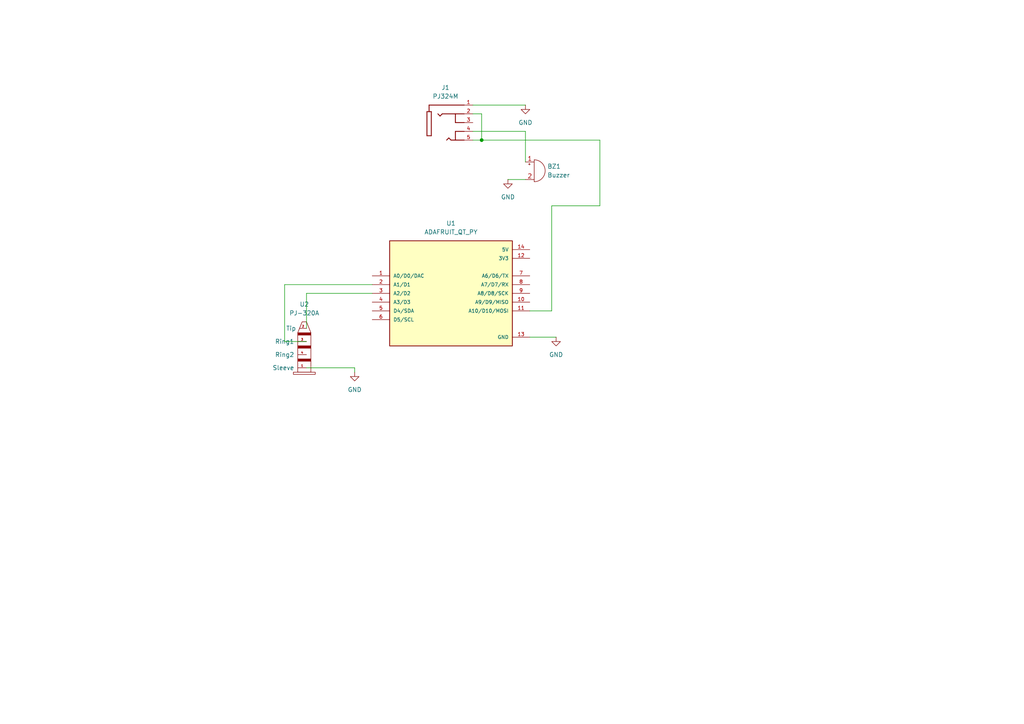
<source format=kicad_sch>
(kicad_sch
	(version 20250114)
	(generator "eeschema")
	(generator_version "9.0")
	(uuid "8e871809-3342-4d0c-b7eb-a6ba4ad48364")
	(paper "A4")
	(lib_symbols
		(symbol "ADAFRUIT_QT_PY:ADAFRUIT_QT_PY"
			(pin_names
				(offset 1.016)
			)
			(exclude_from_sim no)
			(in_bom yes)
			(on_board yes)
			(property "Reference" "U1"
				(at 0 20.32 0)
				(effects
					(font
						(size 1.27 1.27)
					)
				)
			)
			(property "Value" "ADAFRUIT_QT_PY"
				(at 0 17.78 0)
				(effects
					(font
						(size 1.27 1.27)
					)
				)
			)
			(property "Footprint" "Module:MODULE_ADAFRUIT_QT_PY"
				(at 0 0 0)
				(effects
					(font
						(size 1.27 1.27)
					)
					(justify bottom)
					(hide yes)
				)
			)
			(property "Datasheet" ""
				(at 0 0 0)
				(effects
					(font
						(size 1.27 1.27)
					)
					(hide yes)
				)
			)
			(property "Description" ""
				(at 0 0 0)
				(effects
					(font
						(size 1.27 1.27)
					)
					(hide yes)
				)
			)
			(property "MF" "Adafruit Industries"
				(at 0 0 0)
				(effects
					(font
						(size 1.27 1.27)
					)
					(justify bottom)
					(hide yes)
				)
			)
			(property "MAXIMUM_PACKAGE_HEIGHT" "6.28 mm"
				(at 0 0 0)
				(effects
					(font
						(size 1.27 1.27)
					)
					(justify bottom)
					(hide yes)
				)
			)
			(property "Package" "None"
				(at 0 0 0)
				(effects
					(font
						(size 1.27 1.27)
					)
					(justify bottom)
					(hide yes)
				)
			)
			(property "Price" "None"
				(at 0 0 0)
				(effects
					(font
						(size 1.27 1.27)
					)
					(justify bottom)
					(hide yes)
				)
			)
			(property "Check_prices" "https://www.snapeda.com/parts/Adafruit%20QT%20Py/Adafruit+Industries/view-part/?ref=eda"
				(at 0 0 0)
				(effects
					(font
						(size 1.27 1.27)
					)
					(justify bottom)
					(hide yes)
				)
			)
			(property "STANDARD" "IPC-7351B"
				(at 0 0 0)
				(effects
					(font
						(size 1.27 1.27)
					)
					(justify bottom)
					(hide yes)
				)
			)
			(property "PARTREV" "2022-12-12"
				(at 0 0 0)
				(effects
					(font
						(size 1.27 1.27)
					)
					(justify bottom)
					(hide yes)
				)
			)
			(property "SnapEDA_Link" "https://www.snapeda.com/parts/Adafruit%20QT%20Py/Adafruit+Industries/view-part/?ref=snap"
				(at 0 0 0)
				(effects
					(font
						(size 1.27 1.27)
					)
					(justify bottom)
					(hide yes)
				)
			)
			(property "MP" "Adafruit QT Py"
				(at 0 0 0)
				(effects
					(font
						(size 1.27 1.27)
					)
					(justify bottom)
					(hide yes)
				)
			)
			(property "Description_1" "Castellated Pads - SAMD21 Dev Board with STEMMA QT"
				(at 0 0 0)
				(effects
					(font
						(size 1.27 1.27)
					)
					(justify bottom)
					(hide yes)
				)
			)
			(property "MANUFACTURER" "Adafruit Industries"
				(at 0 0 0)
				(effects
					(font
						(size 1.27 1.27)
					)
					(justify bottom)
					(hide yes)
				)
			)
			(property "Availability" "Not in stock"
				(at 0 0 0)
				(effects
					(font
						(size 1.27 1.27)
					)
					(justify bottom)
					(hide yes)
				)
			)
			(property "SNAPEDA_PN" "Adafruit QT Py"
				(at 0 0 0)
				(effects
					(font
						(size 1.27 1.27)
					)
					(justify bottom)
					(hide yes)
				)
			)
			(symbol "ADAFRUIT_QT_PY_0_0"
				(rectangle
					(start -17.78 -15.24)
					(end 17.78 15.24)
					(stroke
						(width 0.254)
						(type default)
					)
					(fill
						(type background)
					)
				)
				(pin bidirectional line
					(at -22.86 5.08 0)
					(length 5.08)
					(name "A0/D0/DAC"
						(effects
							(font
								(size 1.016 1.016)
							)
						)
					)
					(number "1"
						(effects
							(font
								(size 1.016 1.016)
							)
						)
					)
				)
				(pin bidirectional line
					(at -22.86 2.54 0)
					(length 5.08)
					(name "A1/D1"
						(effects
							(font
								(size 1.016 1.016)
							)
						)
					)
					(number "2"
						(effects
							(font
								(size 1.016 1.016)
							)
						)
					)
				)
				(pin bidirectional line
					(at -22.86 0 0)
					(length 5.08)
					(name "A2/D2"
						(effects
							(font
								(size 1.016 1.016)
							)
						)
					)
					(number "3"
						(effects
							(font
								(size 1.016 1.016)
							)
						)
					)
				)
				(pin bidirectional line
					(at -22.86 -2.54 0)
					(length 5.08)
					(name "A3/D3"
						(effects
							(font
								(size 1.016 1.016)
							)
						)
					)
					(number "4"
						(effects
							(font
								(size 1.016 1.016)
							)
						)
					)
				)
				(pin bidirectional line
					(at -22.86 -5.08 0)
					(length 5.08)
					(name "D4/SDA"
						(effects
							(font
								(size 1.016 1.016)
							)
						)
					)
					(number "5"
						(effects
							(font
								(size 1.016 1.016)
							)
						)
					)
				)
				(pin bidirectional line
					(at -22.86 -7.62 0)
					(length 5.08)
					(name "D5/SCL"
						(effects
							(font
								(size 1.016 1.016)
							)
						)
					)
					(number "6"
						(effects
							(font
								(size 1.016 1.016)
							)
						)
					)
				)
				(pin power_in line
					(at 22.86 12.7 180)
					(length 5.08)
					(name "5V"
						(effects
							(font
								(size 1.016 1.016)
							)
						)
					)
					(number "14"
						(effects
							(font
								(size 1.016 1.016)
							)
						)
					)
				)
				(pin power_in line
					(at 22.86 10.16 180)
					(length 5.08)
					(name "3V3"
						(effects
							(font
								(size 1.016 1.016)
							)
						)
					)
					(number "12"
						(effects
							(font
								(size 1.016 1.016)
							)
						)
					)
				)
				(pin bidirectional line
					(at 22.86 5.08 180)
					(length 5.08)
					(name "A6/D6/TX"
						(effects
							(font
								(size 1.016 1.016)
							)
						)
					)
					(number "7"
						(effects
							(font
								(size 1.016 1.016)
							)
						)
					)
				)
				(pin bidirectional line
					(at 22.86 2.54 180)
					(length 5.08)
					(name "A7/D7/RX"
						(effects
							(font
								(size 1.016 1.016)
							)
						)
					)
					(number "8"
						(effects
							(font
								(size 1.016 1.016)
							)
						)
					)
				)
				(pin bidirectional line
					(at 22.86 0 180)
					(length 5.08)
					(name "A8/D8/SCK"
						(effects
							(font
								(size 1.016 1.016)
							)
						)
					)
					(number "9"
						(effects
							(font
								(size 1.016 1.016)
							)
						)
					)
				)
				(pin bidirectional line
					(at 22.86 -2.54 180)
					(length 5.08)
					(name "A9/D9/MISO"
						(effects
							(font
								(size 1.016 1.016)
							)
						)
					)
					(number "10"
						(effects
							(font
								(size 1.016 1.016)
							)
						)
					)
				)
				(pin bidirectional line
					(at 22.86 -5.08 180)
					(length 5.08)
					(name "A10/D10/MOSI"
						(effects
							(font
								(size 1.016 1.016)
							)
						)
					)
					(number "11"
						(effects
							(font
								(size 1.016 1.016)
							)
						)
					)
				)
				(pin power_in line
					(at 22.86 -12.7 180)
					(length 5.08)
					(name "GND"
						(effects
							(font
								(size 1.016 1.016)
							)
						)
					)
					(number "13"
						(effects
							(font
								(size 1.016 1.016)
							)
						)
					)
				)
			)
			(embedded_fonts no)
		)
		(symbol "Device:Buzzer"
			(pin_names
				(offset 0.0254)
				(hide yes)
			)
			(exclude_from_sim no)
			(in_bom yes)
			(on_board yes)
			(property "Reference" "BZ"
				(at 3.81 1.27 0)
				(effects
					(font
						(size 1.27 1.27)
					)
					(justify left)
				)
			)
			(property "Value" "Buzzer"
				(at 3.81 -1.27 0)
				(effects
					(font
						(size 1.27 1.27)
					)
					(justify left)
				)
			)
			(property "Footprint" ""
				(at -0.635 2.54 90)
				(effects
					(font
						(size 1.27 1.27)
					)
					(hide yes)
				)
			)
			(property "Datasheet" "~"
				(at -0.635 2.54 90)
				(effects
					(font
						(size 1.27 1.27)
					)
					(hide yes)
				)
			)
			(property "Description" "Buzzer, polarized"
				(at 0 0 0)
				(effects
					(font
						(size 1.27 1.27)
					)
					(hide yes)
				)
			)
			(property "ki_keywords" "quartz resonator ceramic"
				(at 0 0 0)
				(effects
					(font
						(size 1.27 1.27)
					)
					(hide yes)
				)
			)
			(property "ki_fp_filters" "*Buzzer*"
				(at 0 0 0)
				(effects
					(font
						(size 1.27 1.27)
					)
					(hide yes)
				)
			)
			(symbol "Buzzer_0_1"
				(polyline
					(pts
						(xy -1.651 1.905) (xy -1.143 1.905)
					)
					(stroke
						(width 0)
						(type default)
					)
					(fill
						(type none)
					)
				)
				(polyline
					(pts
						(xy -1.397 2.159) (xy -1.397 1.651)
					)
					(stroke
						(width 0)
						(type default)
					)
					(fill
						(type none)
					)
				)
				(arc
					(start 0 3.175)
					(mid 3.1612 0)
					(end 0 -3.175)
					(stroke
						(width 0)
						(type default)
					)
					(fill
						(type none)
					)
				)
				(polyline
					(pts
						(xy 0 3.175) (xy 0 -3.175)
					)
					(stroke
						(width 0)
						(type default)
					)
					(fill
						(type none)
					)
				)
			)
			(symbol "Buzzer_1_1"
				(pin passive line
					(at -2.54 2.54 0)
					(length 2.54)
					(name "+"
						(effects
							(font
								(size 1.27 1.27)
							)
						)
					)
					(number "1"
						(effects
							(font
								(size 1.27 1.27)
							)
						)
					)
				)
				(pin passive line
					(at -2.54 -2.54 0)
					(length 2.54)
					(name "-"
						(effects
							(font
								(size 1.27 1.27)
							)
						)
					)
					(number "2"
						(effects
							(font
								(size 1.27 1.27)
							)
						)
					)
				)
			)
			(embedded_fonts no)
		)
		(symbol "PJ-320A_Library:PJ-320A"
			(pin_names
				(offset 1.016)
			)
			(exclude_from_sim no)
			(in_bom yes)
			(on_board yes)
			(property "Reference" "U"
				(at 0 -1.905 0)
				(effects
					(font
						(size 1.27 1.27)
					)
				)
			)
			(property "Value" "PJ-320A"
				(at 0 0 0)
				(effects
					(font
						(size 1.27 1.27)
					)
				)
			)
			(property "Footprint" ""
				(at 0 0 0)
				(effects
					(font
						(size 1.27 1.27)
					)
					(hide yes)
				)
			)
			(property "Datasheet" ""
				(at 0 0 0)
				(effects
					(font
						(size 1.27 1.27)
					)
					(hide yes)
				)
			)
			(property "Description" ""
				(at 0 0 0)
				(effects
					(font
						(size 1.27 1.27)
					)
					(hide yes)
				)
			)
			(symbol "PJ-320A_0_1"
				(rectangle
					(start -3.175 1.27)
					(end 3.175 1.905)
					(stroke
						(width 0)
						(type solid)
					)
					(fill
						(type none)
					)
				)
				(polyline
					(pts
						(xy -1.905 13.335) (xy -0.635 16.51) (xy 0.635 16.51) (xy 1.905 13.335) (xy -1.905 13.335)
					)
					(stroke
						(width 0)
						(type solid)
					)
					(fill
						(type none)
					)
				)
				(rectangle
					(start -1.905 12.7)
					(end 1.905 13.335)
					(stroke
						(width 0)
						(type solid)
					)
					(fill
						(type outline)
					)
				)
				(rectangle
					(start -1.905 9.525)
					(end 1.905 12.7)
					(stroke
						(width 0)
						(type solid)
					)
					(fill
						(type none)
					)
				)
				(rectangle
					(start -1.905 8.89)
					(end 1.905 9.525)
					(stroke
						(width 0)
						(type solid)
					)
					(fill
						(type outline)
					)
				)
				(rectangle
					(start -1.905 5.715)
					(end 1.905 8.89)
					(stroke
						(width 0)
						(type solid)
					)
					(fill
						(type none)
					)
				)
				(rectangle
					(start -1.905 5.08)
					(end 1.905 5.715)
					(stroke
						(width 0)
						(type solid)
					)
					(fill
						(type outline)
					)
				)
				(rectangle
					(start -1.905 1.905)
					(end 1.905 5.08)
					(stroke
						(width 0)
						(type solid)
					)
					(fill
						(type none)
					)
				)
			)
			(symbol "PJ-320A_1_1"
				(pin bidirectional line
					(at 0.635 14.605 180)
					(length 2.0066)
					(name "Tip"
						(effects
							(font
								(size 1.27 1.27)
							)
						)
					)
					(number "2"
						(effects
							(font
								(size 0.6096 0.6096)
							)
						)
					)
				)
				(pin bidirectional line
					(at 0.635 10.795 180)
					(length 2.54)
					(name "Ring1"
						(effects
							(font
								(size 1.27 1.27)
							)
						)
					)
					(number "3"
						(effects
							(font
								(size 0.6096 0.6096)
							)
						)
					)
				)
				(pin bidirectional line
					(at 0.635 6.985 180)
					(length 2.54)
					(name "Ring2"
						(effects
							(font
								(size 1.27 1.27)
							)
						)
					)
					(number "4"
						(effects
							(font
								(size 0.6096 0.6096)
							)
						)
					)
				)
				(pin bidirectional line
					(at 0.635 3.175 180)
					(length 2.54)
					(name "Sleeve"
						(effects
							(font
								(size 1.27 1.27)
							)
						)
					)
					(number "1"
						(effects
							(font
								(size 0.6096 0.6096)
							)
						)
					)
				)
			)
			(embedded_fonts no)
		)
		(symbol "PJ324M:PJ324M"
			(pin_names
				(offset 1.016)
			)
			(exclude_from_sim no)
			(in_bom yes)
			(on_board yes)
			(property "Reference" "J"
				(at -5.08 7.62 0)
				(effects
					(font
						(size 1.27 1.27)
					)
					(justify left bottom)
				)
			)
			(property "Value" "PJ324M"
				(at -5.08 -10.16 0)
				(effects
					(font
						(size 1.27 1.27)
					)
					(justify left bottom)
				)
			)
			(property "Footprint" "PJ324M:WENZHOU_PJ324M"
				(at 0 0 0)
				(effects
					(font
						(size 1.27 1.27)
					)
					(justify bottom)
					(hide yes)
				)
			)
			(property "Datasheet" ""
				(at 0 0 0)
				(effects
					(font
						(size 1.27 1.27)
					)
					(hide yes)
				)
			)
			(property "Description" ""
				(at 0 0 0)
				(effects
					(font
						(size 1.27 1.27)
					)
					(hide yes)
				)
			)
			(property "MF" "Wenzhou QingPu Electronics Co.Ltd"
				(at 0 0 0)
				(effects
					(font
						(size 1.27 1.27)
					)
					(justify bottom)
					(hide yes)
				)
			)
			(property "MAXIMUM_PACKAGE_HEIGHT" "6.3mm"
				(at 0 0 0)
				(effects
					(font
						(size 1.27 1.27)
					)
					(justify bottom)
					(hide yes)
				)
			)
			(property "Package" "Package"
				(at 0 0 0)
				(effects
					(font
						(size 1.27 1.27)
					)
					(justify bottom)
					(hide yes)
				)
			)
			(property "Price" "None"
				(at 0 0 0)
				(effects
					(font
						(size 1.27 1.27)
					)
					(justify bottom)
					(hide yes)
				)
			)
			(property "Check_prices" "https://www.snapeda.com/parts/PJ324M/Wenzhou+QingPu+Electronics+Co.Ltd/view-part/?ref=eda"
				(at 0 0 0)
				(effects
					(font
						(size 1.27 1.27)
					)
					(justify bottom)
					(hide yes)
				)
			)
			(property "STANDARD" "Manufacturer Recommendations"
				(at 0 0 0)
				(effects
					(font
						(size 1.27 1.27)
					)
					(justify bottom)
					(hide yes)
				)
			)
			(property "PARTREV" "N/A"
				(at 0 0 0)
				(effects
					(font
						(size 1.27 1.27)
					)
					(justify bottom)
					(hide yes)
				)
			)
			(property "SnapEDA_Link" "https://www.snapeda.com/parts/PJ324M/Wenzhou+QingPu+Electronics+Co.Ltd/view-part/?ref=snap"
				(at 0 0 0)
				(effects
					(font
						(size 1.27 1.27)
					)
					(justify bottom)
					(hide yes)
				)
			)
			(property "MP" "PJ324M"
				(at 0 0 0)
				(effects
					(font
						(size 1.27 1.27)
					)
					(justify bottom)
					(hide yes)
				)
			)
			(property "Description_1" "Headphone Stereo jack/Audio connector"
				(at 0 0 0)
				(effects
					(font
						(size 1.27 1.27)
					)
					(justify bottom)
					(hide yes)
				)
			)
			(property "Availability" "Not in stock"
				(at 0 0 0)
				(effects
					(font
						(size 1.27 1.27)
					)
					(justify bottom)
					(hide yes)
				)
			)
			(property "MANUFACTURER" "Wenzhou QingPu Electronics"
				(at 0 0 0)
				(effects
					(font
						(size 1.27 1.27)
					)
					(justify bottom)
					(hide yes)
				)
			)
			(symbol "PJ324M_0_0"
				(polyline
					(pts
						(xy -5.715 3.175) (xy -5.08 3.175)
					)
					(stroke
						(width 0.254)
						(type default)
					)
					(fill
						(type none)
					)
				)
				(polyline
					(pts
						(xy -5.715 -3.81) (xy -5.715 3.175)
					)
					(stroke
						(width 0.254)
						(type default)
					)
					(fill
						(type none)
					)
				)
				(polyline
					(pts
						(xy -5.08 5.08) (xy -5.08 3.175)
					)
					(stroke
						(width 0.254)
						(type default)
					)
					(fill
						(type none)
					)
				)
				(polyline
					(pts
						(xy -5.08 3.175) (xy -4.445 3.175)
					)
					(stroke
						(width 0.254)
						(type default)
					)
					(fill
						(type none)
					)
				)
				(polyline
					(pts
						(xy -4.445 3.175) (xy -4.445 -3.81)
					)
					(stroke
						(width 0.254)
						(type default)
					)
					(fill
						(type none)
					)
				)
				(polyline
					(pts
						(xy -4.445 -3.81) (xy -5.715 -3.81)
					)
					(stroke
						(width 0.254)
						(type default)
					)
					(fill
						(type none)
					)
				)
				(polyline
					(pts
						(xy -1.905 1.905) (xy -2.54 2.54)
					)
					(stroke
						(width 0.254)
						(type default)
					)
					(fill
						(type none)
					)
				)
				(polyline
					(pts
						(xy -1.27 2.54) (xy -1.905 1.905)
					)
					(stroke
						(width 0.254)
						(type default)
					)
					(fill
						(type none)
					)
				)
				(polyline
					(pts
						(xy 0.635 -4.445) (xy 0 -5.08)
					)
					(stroke
						(width 0.254)
						(type default)
					)
					(fill
						(type none)
					)
				)
				(polyline
					(pts
						(xy 1.27 -5.08) (xy 0.635 -4.445)
					)
					(stroke
						(width 0.254)
						(type default)
					)
					(fill
						(type none)
					)
				)
				(polyline
					(pts
						(xy 2.54 2.54) (xy -1.27 2.54)
					)
					(stroke
						(width 0.254)
						(type default)
					)
					(fill
						(type none)
					)
				)
				(polyline
					(pts
						(xy 2.54 0) (xy 2.54 2.54)
					)
					(stroke
						(width 0.254)
						(type default)
					)
					(fill
						(type none)
					)
				)
				(polyline
					(pts
						(xy 2.54 -2.54) (xy 2.54 -5.08)
					)
					(stroke
						(width 0.254)
						(type default)
					)
					(fill
						(type none)
					)
				)
				(polyline
					(pts
						(xy 2.54 -5.08) (xy 1.27 -5.08)
					)
					(stroke
						(width 0.254)
						(type default)
					)
					(fill
						(type none)
					)
				)
				(polyline
					(pts
						(xy 5.08 5.08) (xy -5.08 5.08)
					)
					(stroke
						(width 0.254)
						(type default)
					)
					(fill
						(type none)
					)
				)
				(polyline
					(pts
						(xy 5.08 2.54) (xy 2.54 2.54)
					)
					(stroke
						(width 0.254)
						(type default)
					)
					(fill
						(type none)
					)
				)
				(polyline
					(pts
						(xy 5.08 0) (xy 2.54 0)
					)
					(stroke
						(width 0.254)
						(type default)
					)
					(fill
						(type none)
					)
				)
				(polyline
					(pts
						(xy 5.08 -2.54) (xy 2.54 -2.54)
					)
					(stroke
						(width 0.254)
						(type default)
					)
					(fill
						(type none)
					)
				)
				(polyline
					(pts
						(xy 5.08 -5.08) (xy 2.54 -5.08)
					)
					(stroke
						(width 0.254)
						(type default)
					)
					(fill
						(type none)
					)
				)
				(pin passive line
					(at 7.62 5.08 180)
					(length 2.54)
					(name "~"
						(effects
							(font
								(size 1.016 1.016)
							)
						)
					)
					(number "1"
						(effects
							(font
								(size 1.016 1.016)
							)
						)
					)
				)
				(pin passive line
					(at 7.62 2.54 180)
					(length 2.54)
					(name "~"
						(effects
							(font
								(size 1.016 1.016)
							)
						)
					)
					(number "2"
						(effects
							(font
								(size 1.016 1.016)
							)
						)
					)
				)
				(pin passive line
					(at 7.62 0 180)
					(length 2.54)
					(name "~"
						(effects
							(font
								(size 1.016 1.016)
							)
						)
					)
					(number "3"
						(effects
							(font
								(size 1.016 1.016)
							)
						)
					)
				)
				(pin passive line
					(at 7.62 -2.54 180)
					(length 2.54)
					(name "~"
						(effects
							(font
								(size 1.016 1.016)
							)
						)
					)
					(number "4"
						(effects
							(font
								(size 1.016 1.016)
							)
						)
					)
				)
				(pin passive line
					(at 7.62 -5.08 180)
					(length 2.54)
					(name "~"
						(effects
							(font
								(size 1.016 1.016)
							)
						)
					)
					(number "5"
						(effects
							(font
								(size 1.016 1.016)
							)
						)
					)
				)
			)
			(embedded_fonts no)
		)
		(symbol "power:GND"
			(power)
			(pin_numbers
				(hide yes)
			)
			(pin_names
				(offset 0)
				(hide yes)
			)
			(exclude_from_sim no)
			(in_bom yes)
			(on_board yes)
			(property "Reference" "#PWR"
				(at 0 -6.35 0)
				(effects
					(font
						(size 1.27 1.27)
					)
					(hide yes)
				)
			)
			(property "Value" "GND"
				(at 0 -3.81 0)
				(effects
					(font
						(size 1.27 1.27)
					)
				)
			)
			(property "Footprint" ""
				(at 0 0 0)
				(effects
					(font
						(size 1.27 1.27)
					)
					(hide yes)
				)
			)
			(property "Datasheet" ""
				(at 0 0 0)
				(effects
					(font
						(size 1.27 1.27)
					)
					(hide yes)
				)
			)
			(property "Description" "Power symbol creates a global label with name \"GND\" , ground"
				(at 0 0 0)
				(effects
					(font
						(size 1.27 1.27)
					)
					(hide yes)
				)
			)
			(property "ki_keywords" "global power"
				(at 0 0 0)
				(effects
					(font
						(size 1.27 1.27)
					)
					(hide yes)
				)
			)
			(symbol "GND_0_1"
				(polyline
					(pts
						(xy 0 0) (xy 0 -1.27) (xy 1.27 -1.27) (xy 0 -2.54) (xy -1.27 -1.27) (xy 0 -1.27)
					)
					(stroke
						(width 0)
						(type default)
					)
					(fill
						(type none)
					)
				)
			)
			(symbol "GND_1_1"
				(pin power_in line
					(at 0 0 270)
					(length 0)
					(name "~"
						(effects
							(font
								(size 1.27 1.27)
							)
						)
					)
					(number "1"
						(effects
							(font
								(size 1.27 1.27)
							)
						)
					)
				)
			)
			(embedded_fonts no)
		)
	)
	(junction
		(at 139.7 40.64)
		(diameter 0)
		(color 0 0 0 0)
		(uuid "74afabad-5241-44ef-93d4-d158c136edfa")
	)
	(wire
		(pts
			(xy 173.99 59.69) (xy 160.02 59.69)
		)
		(stroke
			(width 0)
			(type default)
		)
		(uuid "08016d45-091c-40ae-b233-86334e761995")
	)
	(wire
		(pts
			(xy 153.67 97.79) (xy 161.29 97.79)
		)
		(stroke
			(width 0)
			(type default)
		)
		(uuid "0836d444-05c6-4ed1-b26e-7ff0454e53e0")
	)
	(wire
		(pts
			(xy 137.16 40.64) (xy 139.7 40.64)
		)
		(stroke
			(width 0)
			(type default)
		)
		(uuid "1400891a-bb6b-4ccb-959b-520d381cfb23")
	)
	(wire
		(pts
			(xy 137.16 33.02) (xy 139.7 33.02)
		)
		(stroke
			(width 0)
			(type default)
		)
		(uuid "4052f2fa-59de-4463-b749-a36c3d92536f")
	)
	(wire
		(pts
			(xy 88.9 106.68) (xy 102.87 106.68)
		)
		(stroke
			(width 0)
			(type default)
		)
		(uuid "41f3738e-5180-4e98-b1e6-d6cad1c65314")
	)
	(wire
		(pts
			(xy 160.02 59.69) (xy 160.02 90.17)
		)
		(stroke
			(width 0)
			(type default)
		)
		(uuid "5af82f37-5291-4e7e-b883-8cb475a031b3")
	)
	(wire
		(pts
			(xy 160.02 90.17) (xy 153.67 90.17)
		)
		(stroke
			(width 0)
			(type default)
		)
		(uuid "5bdd7b6e-27e5-4279-ab66-208d5af8cf33")
	)
	(wire
		(pts
			(xy 152.4 30.48) (xy 137.16 30.48)
		)
		(stroke
			(width 0)
			(type default)
		)
		(uuid "5beaf310-1e21-455c-ab92-1fbb2fdf7354")
	)
	(wire
		(pts
			(xy 139.7 33.02) (xy 139.7 40.64)
		)
		(stroke
			(width 0)
			(type default)
		)
		(uuid "72448734-1e06-488d-9f87-50d119f6e30c")
	)
	(wire
		(pts
			(xy 137.16 38.1) (xy 152.4 38.1)
		)
		(stroke
			(width 0)
			(type default)
		)
		(uuid "78dc4439-2390-40ec-8c10-05ac573b3e1f")
	)
	(wire
		(pts
			(xy 152.4 38.1) (xy 152.4 46.99)
		)
		(stroke
			(width 0)
			(type default)
		)
		(uuid "88ce58f6-fb42-4a40-af17-666ab0158420")
	)
	(wire
		(pts
			(xy 82.55 99.06) (xy 82.55 82.55)
		)
		(stroke
			(width 0)
			(type default)
		)
		(uuid "89cd0f41-7d28-469c-86da-bad69c5897a1")
	)
	(wire
		(pts
			(xy 147.32 52.07) (xy 152.4 52.07)
		)
		(stroke
			(width 0)
			(type default)
		)
		(uuid "a9d9f0c7-bf8b-4931-b35e-0fe5a8b246dc")
	)
	(wire
		(pts
			(xy 88.9 99.06) (xy 82.55 99.06)
		)
		(stroke
			(width 0)
			(type default)
		)
		(uuid "be8461b1-8525-4c1a-b939-360697223024")
	)
	(wire
		(pts
			(xy 88.9 95.25) (xy 88.9 85.09)
		)
		(stroke
			(width 0)
			(type default)
		)
		(uuid "bf7468da-b389-4de2-99c6-e59c37a5cacb")
	)
	(wire
		(pts
			(xy 82.55 82.55) (xy 107.95 82.55)
		)
		(stroke
			(width 0)
			(type default)
		)
		(uuid "c74ada01-9979-4f78-ac98-2bc25e339d74")
	)
	(wire
		(pts
			(xy 102.87 106.68) (xy 102.87 107.95)
		)
		(stroke
			(width 0)
			(type default)
		)
		(uuid "ca8f76a9-cc84-4c38-8778-1265e530b0c9")
	)
	(wire
		(pts
			(xy 173.99 40.64) (xy 173.99 59.69)
		)
		(stroke
			(width 0)
			(type default)
		)
		(uuid "eb9461bf-6020-43f3-8346-86ce62f8f92a")
	)
	(wire
		(pts
			(xy 139.7 40.64) (xy 173.99 40.64)
		)
		(stroke
			(width 0)
			(type default)
		)
		(uuid "ec533c62-63a8-4e66-b550-b76bba050b18")
	)
	(wire
		(pts
			(xy 88.9 85.09) (xy 107.95 85.09)
		)
		(stroke
			(width 0)
			(type default)
		)
		(uuid "f04175ee-4be1-4ba2-ba44-02511676a816")
	)
	(symbol
		(lib_id "power:GND")
		(at 152.4 30.48 0)
		(unit 1)
		(exclude_from_sim no)
		(in_bom yes)
		(on_board yes)
		(dnp no)
		(fields_autoplaced yes)
		(uuid "19211538-c1d5-4846-9c4a-d2eab4760235")
		(property "Reference" "#PWR02"
			(at 152.4 36.83 0)
			(effects
				(font
					(size 1.27 1.27)
				)
				(hide yes)
			)
		)
		(property "Value" "GND"
			(at 152.4 35.56 0)
			(effects
				(font
					(size 1.27 1.27)
				)
			)
		)
		(property "Footprint" ""
			(at 152.4 30.48 0)
			(effects
				(font
					(size 1.27 1.27)
				)
				(hide yes)
			)
		)
		(property "Datasheet" ""
			(at 152.4 30.48 0)
			(effects
				(font
					(size 1.27 1.27)
				)
				(hide yes)
			)
		)
		(property "Description" "Power symbol creates a global label with name \"GND\" , ground"
			(at 152.4 30.48 0)
			(effects
				(font
					(size 1.27 1.27)
				)
				(hide yes)
			)
		)
		(pin "1"
			(uuid "0a7794af-01eb-42c1-b6c2-774dc138f350")
		)
		(instances
			(project ""
				(path "/8e871809-3342-4d0c-b7eb-a6ba4ad48364"
					(reference "#PWR02")
					(unit 1)
				)
			)
		)
	)
	(symbol
		(lib_id "Device:Buzzer")
		(at 154.94 49.53 0)
		(unit 1)
		(exclude_from_sim no)
		(in_bom yes)
		(on_board yes)
		(dnp no)
		(fields_autoplaced yes)
		(uuid "60114d58-9103-4607-a6cb-b3f3da6b09e6")
		(property "Reference" "BZ1"
			(at 158.75 48.2599 0)
			(effects
				(font
					(size 1.27 1.27)
				)
				(justify left)
			)
		)
		(property "Value" "Buzzer"
			(at 158.75 50.7999 0)
			(effects
				(font
					(size 1.27 1.27)
				)
				(justify left)
			)
		)
		(property "Footprint" "Buzzer_Beeper:Buzzer_15x7.5RM7.6"
			(at 154.305 46.99 90)
			(effects
				(font
					(size 1.27 1.27)
				)
				(hide yes)
			)
		)
		(property "Datasheet" "~"
			(at 154.305 46.99 90)
			(effects
				(font
					(size 1.27 1.27)
				)
				(hide yes)
			)
		)
		(property "Description" "Buzzer, polarized"
			(at 154.94 49.53 0)
			(effects
				(font
					(size 1.27 1.27)
				)
				(hide yes)
			)
		)
		(pin "1"
			(uuid "1737ffce-c91d-426f-bff2-350a44fee7b0")
		)
		(pin "2"
			(uuid "634b9a6a-4c09-461c-83fc-e316ae68d61b")
		)
		(instances
			(project ""
				(path "/8e871809-3342-4d0c-b7eb-a6ba4ad48364"
					(reference "BZ1")
					(unit 1)
				)
			)
		)
	)
	(symbol
		(lib_id "power:GND")
		(at 161.29 97.79 0)
		(unit 1)
		(exclude_from_sim no)
		(in_bom yes)
		(on_board yes)
		(dnp no)
		(fields_autoplaced yes)
		(uuid "6102bc05-f028-408e-97bb-ac02404067ee")
		(property "Reference" "#PWR04"
			(at 161.29 104.14 0)
			(effects
				(font
					(size 1.27 1.27)
				)
				(hide yes)
			)
		)
		(property "Value" "GND"
			(at 161.29 102.87 0)
			(effects
				(font
					(size 1.27 1.27)
				)
			)
		)
		(property "Footprint" ""
			(at 161.29 97.79 0)
			(effects
				(font
					(size 1.27 1.27)
				)
				(hide yes)
			)
		)
		(property "Datasheet" ""
			(at 161.29 97.79 0)
			(effects
				(font
					(size 1.27 1.27)
				)
				(hide yes)
			)
		)
		(property "Description" "Power symbol creates a global label with name \"GND\" , ground"
			(at 161.29 97.79 0)
			(effects
				(font
					(size 1.27 1.27)
				)
				(hide yes)
			)
		)
		(pin "1"
			(uuid "eb316d47-8b4f-4fa3-9acd-0f573164aaea")
		)
		(instances
			(project ""
				(path "/8e871809-3342-4d0c-b7eb-a6ba4ad48364"
					(reference "#PWR04")
					(unit 1)
				)
			)
		)
	)
	(symbol
		(lib_id "PJ-320A_Library:PJ-320A")
		(at 88.265 109.855 0)
		(unit 1)
		(exclude_from_sim no)
		(in_bom yes)
		(on_board yes)
		(dnp no)
		(fields_autoplaced yes)
		(uuid "69209d83-2f75-4cfb-be04-b1a87bb6172f")
		(property "Reference" "U2"
			(at 88.265 88.265 0)
			(effects
				(font
					(size 1.27 1.27)
				)
			)
		)
		(property "Value" "PJ-320A"
			(at 88.265 90.805 0)
			(effects
				(font
					(size 1.27 1.27)
				)
			)
		)
		(property "Footprint" "Audio_Module:TRRS-PJ-320A"
			(at 88.265 109.855 0)
			(effects
				(font
					(size 1.27 1.27)
				)
				(hide yes)
			)
		)
		(property "Datasheet" ""
			(at 88.265 109.855 0)
			(effects
				(font
					(size 1.27 1.27)
				)
				(hide yes)
			)
		)
		(property "Description" ""
			(at 88.265 109.855 0)
			(effects
				(font
					(size 1.27 1.27)
				)
				(hide yes)
			)
		)
		(pin "4"
			(uuid "da1ea322-3dba-4d9e-a91c-a2a1a0fe6445")
		)
		(pin "2"
			(uuid "99cdf579-ec3b-4165-bca7-6b31c6c46deb")
		)
		(pin "3"
			(uuid "56a457c4-eb1e-4ba3-889c-48273996f8d6")
		)
		(pin "1"
			(uuid "cc3d1ac6-9855-4543-a2e5-5c9709703a69")
		)
		(instances
			(project ""
				(path "/8e871809-3342-4d0c-b7eb-a6ba4ad48364"
					(reference "U2")
					(unit 1)
				)
			)
		)
	)
	(symbol
		(lib_id "ADAFRUIT_QT_PY:ADAFRUIT_QT_PY")
		(at 130.81 85.09 0)
		(unit 1)
		(exclude_from_sim no)
		(in_bom yes)
		(on_board yes)
		(dnp no)
		(fields_autoplaced yes)
		(uuid "7422ddf5-0628-45b3-8a06-b900532a6b9e")
		(property "Reference" "U1"
			(at 130.81 64.77 0)
			(effects
				(font
					(size 1.27 1.27)
				)
			)
		)
		(property "Value" "ADAFRUIT_QT_PY"
			(at 130.81 67.31 0)
			(effects
				(font
					(size 1.27 1.27)
				)
			)
		)
		(property "Footprint" "Module:MODULE_ADAFRUIT_QT_PY"
			(at 130.81 85.09 0)
			(effects
				(font
					(size 1.27 1.27)
				)
				(justify bottom)
				(hide yes)
			)
		)
		(property "Datasheet" ""
			(at 130.81 85.09 0)
			(effects
				(font
					(size 1.27 1.27)
				)
				(hide yes)
			)
		)
		(property "Description" ""
			(at 130.81 85.09 0)
			(effects
				(font
					(size 1.27 1.27)
				)
				(hide yes)
			)
		)
		(property "MF" "Adafruit Industries"
			(at 130.81 85.09 0)
			(effects
				(font
					(size 1.27 1.27)
				)
				(justify bottom)
				(hide yes)
			)
		)
		(property "MAXIMUM_PACKAGE_HEIGHT" "6.28 mm"
			(at 130.81 85.09 0)
			(effects
				(font
					(size 1.27 1.27)
				)
				(justify bottom)
				(hide yes)
			)
		)
		(property "Package" "None"
			(at 130.81 85.09 0)
			(effects
				(font
					(size 1.27 1.27)
				)
				(justify bottom)
				(hide yes)
			)
		)
		(property "Price" "None"
			(at 130.81 85.09 0)
			(effects
				(font
					(size 1.27 1.27)
				)
				(justify bottom)
				(hide yes)
			)
		)
		(property "Check_prices" "https://www.snapeda.com/parts/Adafruit%20QT%20Py/Adafruit+Industries/view-part/?ref=eda"
			(at 130.81 85.09 0)
			(effects
				(font
					(size 1.27 1.27)
				)
				(justify bottom)
				(hide yes)
			)
		)
		(property "STANDARD" "IPC-7351B"
			(at 130.81 85.09 0)
			(effects
				(font
					(size 1.27 1.27)
				)
				(justify bottom)
				(hide yes)
			)
		)
		(property "PARTREV" "2022-12-12"
			(at 130.81 85.09 0)
			(effects
				(font
					(size 1.27 1.27)
				)
				(justify bottom)
				(hide yes)
			)
		)
		(property "SnapEDA_Link" "https://www.snapeda.com/parts/Adafruit%20QT%20Py/Adafruit+Industries/view-part/?ref=snap"
			(at 130.81 85.09 0)
			(effects
				(font
					(size 1.27 1.27)
				)
				(justify bottom)
				(hide yes)
			)
		)
		(property "MP" "Adafruit QT Py"
			(at 130.81 85.09 0)
			(effects
				(font
					(size 1.27 1.27)
				)
				(justify bottom)
				(hide yes)
			)
		)
		(property "Description_1" "Castellated Pads - SAMD21 Dev Board with STEMMA QT"
			(at 130.81 85.09 0)
			(effects
				(font
					(size 1.27 1.27)
				)
				(justify bottom)
				(hide yes)
			)
		)
		(property "MANUFACTURER" "Adafruit Industries"
			(at 130.81 85.09 0)
			(effects
				(font
					(size 1.27 1.27)
				)
				(justify bottom)
				(hide yes)
			)
		)
		(property "Availability" "Not in stock"
			(at 130.81 85.09 0)
			(effects
				(font
					(size 1.27 1.27)
				)
				(justify bottom)
				(hide yes)
			)
		)
		(property "SNAPEDA_PN" "Adafruit QT Py"
			(at 130.81 85.09 0)
			(effects
				(font
					(size 1.27 1.27)
				)
				(justify bottom)
				(hide yes)
			)
		)
		(pin "6"
			(uuid "ecad1461-4ded-44e8-9577-c6ace2a4168c")
		)
		(pin "5"
			(uuid "9e12c1de-12d6-4485-b7be-6c7def578fa9")
		)
		(pin "14"
			(uuid "cf819014-a949-49b0-84d3-77089a69385a")
		)
		(pin "3"
			(uuid "03d290b7-44a3-470c-a704-e3d5b5692c92")
		)
		(pin "12"
			(uuid "e671f4bb-4fe4-4cc1-9909-6bd90c62fec2")
		)
		(pin "4"
			(uuid "34976c86-e2d4-4362-a7fb-58fa9eb166b2")
		)
		(pin "9"
			(uuid "18feba9e-f1f6-472e-9746-e2b5cb4c8733")
		)
		(pin "11"
			(uuid "1cc3d859-4931-455d-b5c9-7042657dba32")
		)
		(pin "8"
			(uuid "be380572-a060-4099-a404-e0334d9578dd")
		)
		(pin "13"
			(uuid "c356f67c-5f16-47fd-870c-7eb19200a3b2")
		)
		(pin "7"
			(uuid "bec44b3e-9fac-448e-9048-9d01dfbfcb00")
		)
		(pin "1"
			(uuid "327113f2-6bf3-4774-b11a-d2f75fbddd17")
		)
		(pin "2"
			(uuid "9930c8aa-8baa-4057-89cd-20f13bfd1e4b")
		)
		(pin "10"
			(uuid "5694a92a-3fa4-4eb7-9d0c-95b8a7793b57")
		)
		(instances
			(project ""
				(path "/8e871809-3342-4d0c-b7eb-a6ba4ad48364"
					(reference "U1")
					(unit 1)
				)
			)
		)
	)
	(symbol
		(lib_id "power:GND")
		(at 102.87 107.95 0)
		(unit 1)
		(exclude_from_sim no)
		(in_bom yes)
		(on_board yes)
		(dnp no)
		(fields_autoplaced yes)
		(uuid "96fec636-34f8-426e-9fea-d592e772d1c3")
		(property "Reference" "#PWR01"
			(at 102.87 114.3 0)
			(effects
				(font
					(size 1.27 1.27)
				)
				(hide yes)
			)
		)
		(property "Value" "GND"
			(at 102.87 113.03 0)
			(effects
				(font
					(size 1.27 1.27)
				)
			)
		)
		(property "Footprint" ""
			(at 102.87 107.95 0)
			(effects
				(font
					(size 1.27 1.27)
				)
				(hide yes)
			)
		)
		(property "Datasheet" ""
			(at 102.87 107.95 0)
			(effects
				(font
					(size 1.27 1.27)
				)
				(hide yes)
			)
		)
		(property "Description" "Power symbol creates a global label with name \"GND\" , ground"
			(at 102.87 107.95 0)
			(effects
				(font
					(size 1.27 1.27)
				)
				(hide yes)
			)
		)
		(pin "1"
			(uuid "99747649-8b35-46c5-bb82-7a7c659c51f0")
		)
		(instances
			(project ""
				(path "/8e871809-3342-4d0c-b7eb-a6ba4ad48364"
					(reference "#PWR01")
					(unit 1)
				)
			)
		)
	)
	(symbol
		(lib_id "PJ324M:PJ324M")
		(at 129.54 35.56 0)
		(unit 1)
		(exclude_from_sim no)
		(in_bom yes)
		(on_board yes)
		(dnp no)
		(uuid "d20dd280-660d-4d59-b48a-39fd36cfb17c")
		(property "Reference" "J1"
			(at 129.2225 25.4 0)
			(effects
				(font
					(size 1.27 1.27)
				)
			)
		)
		(property "Value" "PJ324M"
			(at 129.2225 27.94 0)
			(effects
				(font
					(size 1.27 1.27)
				)
			)
		)
		(property "Footprint" "Audio_Module:WENZHOU_PJ324M"
			(at 129.54 35.56 0)
			(effects
				(font
					(size 1.27 1.27)
				)
				(justify bottom)
				(hide yes)
			)
		)
		(property "Datasheet" ""
			(at 129.54 35.56 0)
			(effects
				(font
					(size 1.27 1.27)
				)
				(hide yes)
			)
		)
		(property "Description" ""
			(at 129.54 35.56 0)
			(effects
				(font
					(size 1.27 1.27)
				)
				(hide yes)
			)
		)
		(property "MF" "Wenzhou QingPu Electronics Co.Ltd"
			(at 129.54 35.56 0)
			(effects
				(font
					(size 1.27 1.27)
				)
				(justify bottom)
				(hide yes)
			)
		)
		(property "MAXIMUM_PACKAGE_HEIGHT" "6.3mm"
			(at 129.54 35.56 0)
			(effects
				(font
					(size 1.27 1.27)
				)
				(justify bottom)
				(hide yes)
			)
		)
		(property "Package" "Package"
			(at 129.54 35.56 0)
			(effects
				(font
					(size 1.27 1.27)
				)
				(justify bottom)
				(hide yes)
			)
		)
		(property "Price" "None"
			(at 129.54 35.56 0)
			(effects
				(font
					(size 1.27 1.27)
				)
				(justify bottom)
				(hide yes)
			)
		)
		(property "Check_prices" "https://www.snapeda.com/parts/PJ324M/Wenzhou+QingPu+Electronics+Co.Ltd/view-part/?ref=eda"
			(at 129.54 35.56 0)
			(effects
				(font
					(size 1.27 1.27)
				)
				(justify bottom)
				(hide yes)
			)
		)
		(property "STANDARD" "Manufacturer Recommendations"
			(at 129.54 35.56 0)
			(effects
				(font
					(size 1.27 1.27)
				)
				(justify bottom)
				(hide yes)
			)
		)
		(property "PARTREV" "N/A"
			(at 129.54 35.56 0)
			(effects
				(font
					(size 1.27 1.27)
				)
				(justify bottom)
				(hide yes)
			)
		)
		(property "SnapEDA_Link" "https://www.snapeda.com/parts/PJ324M/Wenzhou+QingPu+Electronics+Co.Ltd/view-part/?ref=snap"
			(at 129.54 35.56 0)
			(effects
				(font
					(size 1.27 1.27)
				)
				(justify bottom)
				(hide yes)
			)
		)
		(property "MP" "PJ324M"
			(at 129.54 35.56 0)
			(effects
				(font
					(size 1.27 1.27)
				)
				(justify bottom)
				(hide yes)
			)
		)
		(property "Description_1" "Headphone Stereo jack/Audio connector"
			(at 129.54 35.56 0)
			(effects
				(font
					(size 1.27 1.27)
				)
				(justify bottom)
				(hide yes)
			)
		)
		(property "Availability" "Not in stock"
			(at 129.54 35.56 0)
			(effects
				(font
					(size 1.27 1.27)
				)
				(justify bottom)
				(hide yes)
			)
		)
		(property "MANUFACTURER" "Wenzhou QingPu Electronics"
			(at 129.54 35.56 0)
			(effects
				(font
					(size 1.27 1.27)
				)
				(justify bottom)
				(hide yes)
			)
		)
		(pin "1"
			(uuid "1c70085a-1725-48ae-8ceb-2284fba8c314")
		)
		(pin "4"
			(uuid "6095e92a-79c1-458b-9445-9aa817bfa89e")
		)
		(pin "2"
			(uuid "247b0379-ae5a-455d-a71a-63d7f591684b")
		)
		(pin "5"
			(uuid "c67f8371-2e4d-4a6f-a46f-3d5bcd443374")
		)
		(pin "3"
			(uuid "0652a930-1c88-4dae-bdb6-313ed46c4178")
		)
		(instances
			(project ""
				(path "/8e871809-3342-4d0c-b7eb-a6ba4ad48364"
					(reference "J1")
					(unit 1)
				)
			)
		)
	)
	(symbol
		(lib_id "power:GND")
		(at 147.32 52.07 0)
		(unit 1)
		(exclude_from_sim no)
		(in_bom yes)
		(on_board yes)
		(dnp no)
		(fields_autoplaced yes)
		(uuid "ebc27c15-b9fa-4fa2-9b0a-caab3c918d37")
		(property "Reference" "#PWR03"
			(at 147.32 58.42 0)
			(effects
				(font
					(size 1.27 1.27)
				)
				(hide yes)
			)
		)
		(property "Value" "GND"
			(at 147.32 57.15 0)
			(effects
				(font
					(size 1.27 1.27)
				)
			)
		)
		(property "Footprint" ""
			(at 147.32 52.07 0)
			(effects
				(font
					(size 1.27 1.27)
				)
				(hide yes)
			)
		)
		(property "Datasheet" ""
			(at 147.32 52.07 0)
			(effects
				(font
					(size 1.27 1.27)
				)
				(hide yes)
			)
		)
		(property "Description" "Power symbol creates a global label with name \"GND\" , ground"
			(at 147.32 52.07 0)
			(effects
				(font
					(size 1.27 1.27)
				)
				(hide yes)
			)
		)
		(pin "1"
			(uuid "08f59384-712d-49fb-be03-b3e18095d993")
		)
		(instances
			(project ""
				(path "/8e871809-3342-4d0c-b7eb-a6ba4ad48364"
					(reference "#PWR03")
					(unit 1)
				)
			)
		)
	)
	(sheet_instances
		(path "/"
			(page "1")
		)
	)
	(embedded_fonts no)
)

</source>
